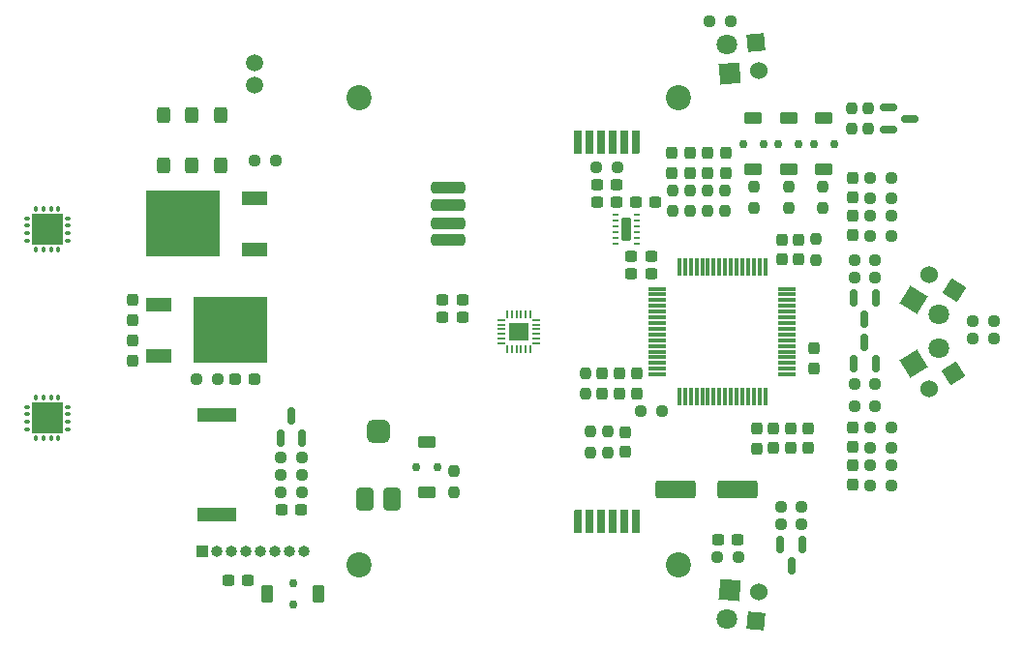
<source format=gts>
G04 #@! TF.GenerationSoftware,KiCad,Pcbnew,6.0.7-f9a2dced07~116~ubuntu20.04.1*
G04 #@! TF.CreationDate,2022-11-16T16:32:29+09:00*
G04 #@! TF.ProjectId,ocelli,6f63656c-6c69-42e6-9b69-6361645f7063,rev?*
G04 #@! TF.SameCoordinates,Original*
G04 #@! TF.FileFunction,Soldermask,Top*
G04 #@! TF.FilePolarity,Negative*
%FSLAX46Y46*%
G04 Gerber Fmt 4.6, Leading zero omitted, Abs format (unit mm)*
G04 Created by KiCad (PCBNEW 6.0.7-f9a2dced07~116~ubuntu20.04.1) date 2022-11-16 16:32:29*
%MOMM*%
%LPD*%
G01*
G04 APERTURE LIST*
G04 Aperture macros list*
%AMRoundRect*
0 Rectangle with rounded corners*
0 $1 Rounding radius*
0 $2 $3 $4 $5 $6 $7 $8 $9 X,Y pos of 4 corners*
0 Add a 4 corners polygon primitive as box body*
4,1,4,$2,$3,$4,$5,$6,$7,$8,$9,$2,$3,0*
0 Add four circle primitives for the rounded corners*
1,1,$1+$1,$2,$3*
1,1,$1+$1,$4,$5*
1,1,$1+$1,$6,$7*
1,1,$1+$1,$8,$9*
0 Add four rect primitives between the rounded corners*
20,1,$1+$1,$2,$3,$4,$5,0*
20,1,$1+$1,$4,$5,$6,$7,0*
20,1,$1+$1,$6,$7,$8,$9,0*
20,1,$1+$1,$8,$9,$2,$3,0*%
%AMRotRect*
0 Rectangle, with rotation*
0 The origin of the aperture is its center*
0 $1 length*
0 $2 width*
0 $3 Rotation angle, in degrees counterclockwise*
0 Add horizontal line*
21,1,$1,$2,0,0,$3*%
%AMOutline5P*
0 Free polygon, 5 corners , with rotation*
0 The origin of the aperture is its center*
0 number of corners: always 5*
0 $1 to $10 corner X, Y*
0 $11 Rotation angle, in degrees counterclockwise*
0 create outline with 5 corners*
4,1,5,$1,$2,$3,$4,$5,$6,$7,$8,$9,$10,$1,$2,$11*%
%AMOutline6P*
0 Free polygon, 6 corners , with rotation*
0 The origin of the aperture is its center*
0 number of corners: always 6*
0 $1 to $12 corner X, Y*
0 $13 Rotation angle, in degrees counterclockwise*
0 create outline with 6 corners*
4,1,6,$1,$2,$3,$4,$5,$6,$7,$8,$9,$10,$11,$12,$1,$2,$13*%
%AMOutline7P*
0 Free polygon, 7 corners , with rotation*
0 The origin of the aperture is its center*
0 number of corners: always 7*
0 $1 to $14 corner X, Y*
0 $15 Rotation angle, in degrees counterclockwise*
0 create outline with 7 corners*
4,1,7,$1,$2,$3,$4,$5,$6,$7,$8,$9,$10,$11,$12,$13,$14,$1,$2,$15*%
%AMOutline8P*
0 Free polygon, 8 corners , with rotation*
0 The origin of the aperture is its center*
0 number of corners: always 8*
0 $1 to $16 corner X, Y*
0 $17 Rotation angle, in degrees counterclockwise*
0 create outline with 8 corners*
4,1,8,$1,$2,$3,$4,$5,$6,$7,$8,$9,$10,$11,$12,$13,$14,$15,$16,$1,$2,$17*%
%AMFreePoly0*
4,1,14,0.266715,0.088284,0.363284,-0.008285,0.375000,-0.036569,0.375000,-0.060000,0.363284,-0.088284,0.335000,-0.100000,-0.335000,-0.100000,-0.363284,-0.088284,-0.375000,-0.060000,-0.375000,0.060000,-0.363284,0.088284,-0.335000,0.100000,0.238431,0.100000,0.266715,0.088284,0.266715,0.088284,$1*%
%AMFreePoly1*
4,1,14,0.363284,0.088284,0.375000,0.060000,0.375000,0.036569,0.363284,0.008285,0.266715,-0.088284,0.238431,-0.100000,-0.335000,-0.100000,-0.363284,-0.088284,-0.375000,-0.060000,-0.375000,0.060000,-0.363284,0.088284,-0.335000,0.100000,0.335000,0.100000,0.363284,0.088284,0.363284,0.088284,$1*%
%AMFreePoly2*
4,1,14,0.088284,0.363284,0.100000,0.335000,0.100000,-0.335000,0.088284,-0.363284,0.060000,-0.375000,-0.060000,-0.375000,-0.088284,-0.363284,-0.100000,-0.335000,-0.100000,0.238431,-0.088284,0.266715,0.008285,0.363284,0.036569,0.375000,0.060000,0.375000,0.088284,0.363284,0.088284,0.363284,$1*%
%AMFreePoly3*
4,1,14,-0.008285,0.363284,0.088284,0.266715,0.100000,0.238431,0.100000,-0.335000,0.088284,-0.363284,0.060000,-0.375000,-0.060000,-0.375000,-0.088284,-0.363284,-0.100000,-0.335000,-0.100000,0.335000,-0.088284,0.363284,-0.060000,0.375000,-0.036569,0.375000,-0.008285,0.363284,-0.008285,0.363284,$1*%
%AMFreePoly4*
4,1,14,0.363284,0.088284,0.375000,0.060000,0.375000,-0.060000,0.363284,-0.088284,0.335000,-0.100000,-0.238431,-0.100000,-0.266715,-0.088284,-0.363284,0.008285,-0.375000,0.036569,-0.375000,0.060000,-0.363284,0.088284,-0.335000,0.100000,0.335000,0.100000,0.363284,0.088284,0.363284,0.088284,$1*%
%AMFreePoly5*
4,1,14,0.363284,0.088284,0.375000,0.060000,0.375000,-0.060000,0.363284,-0.088284,0.335000,-0.100000,-0.335000,-0.100000,-0.363284,-0.088284,-0.375000,-0.060000,-0.375000,-0.036569,-0.363284,-0.008285,-0.266715,0.088284,-0.238431,0.100000,0.335000,0.100000,0.363284,0.088284,0.363284,0.088284,$1*%
%AMFreePoly6*
4,1,14,0.088284,0.363284,0.100000,0.335000,0.100000,-0.238431,0.088284,-0.266715,-0.008285,-0.363284,-0.036569,-0.375000,-0.060000,-0.375000,-0.088284,-0.363284,-0.100000,-0.335000,-0.100000,0.335000,-0.088284,0.363284,-0.060000,0.375000,0.060000,0.375000,0.088284,0.363284,0.088284,0.363284,$1*%
%AMFreePoly7*
4,1,14,0.088284,0.363284,0.100000,0.335000,0.100000,-0.335000,0.088284,-0.363284,0.060000,-0.375000,0.036569,-0.375000,0.008285,-0.363284,-0.088284,-0.266715,-0.100000,-0.238431,-0.100000,0.335000,-0.088284,0.363284,-0.060000,0.375000,0.060000,0.375000,0.088284,0.363284,0.088284,0.363284,$1*%
G04 Aperture macros list end*
%ADD10C,0.750000*%
%ADD11RoundRect,0.262500X0.537500X-0.262500X0.537500X0.262500X-0.537500X0.262500X-0.537500X-0.262500X0*%
%ADD12RoundRect,0.237500X0.250000X0.237500X-0.250000X0.237500X-0.250000X-0.237500X0.250000X-0.237500X0*%
%ADD13C,1.500000*%
%ADD14RoundRect,0.237500X-0.300000X-0.237500X0.300000X-0.237500X0.300000X0.237500X-0.300000X0.237500X0*%
%ADD15R,2.200000X1.200000*%
%ADD16R,6.400000X5.800000*%
%ADD17RoundRect,0.237500X0.300000X0.237500X-0.300000X0.237500X-0.300000X-0.237500X0.300000X-0.237500X0*%
%ADD18RoundRect,0.237500X-0.250000X-0.237500X0.250000X-0.237500X0.250000X0.237500X-0.250000X0.237500X0*%
%ADD19RoundRect,0.237500X0.237500X-0.250000X0.237500X0.250000X-0.237500X0.250000X-0.237500X-0.250000X0*%
%ADD20RotRect,1.524000X1.524000X31.800000*%
%ADD21C,1.524000*%
%ADD22RoundRect,0.075000X0.075000X-0.700000X0.075000X0.700000X-0.075000X0.700000X-0.075000X-0.700000X0*%
%ADD23RoundRect,0.075000X0.700000X-0.075000X0.700000X0.075000X-0.700000X0.075000X-0.700000X-0.075000X0*%
%ADD24Outline5P,-0.350000X0.860000X-0.210000X1.000000X0.350000X1.000000X0.350000X-1.000000X-0.350000X-1.000000X0.000000*%
%ADD25R,0.700000X2.000000*%
%ADD26RoundRect,0.400000X-0.400000X-0.600000X0.400000X-0.600000X0.400000X0.600000X-0.400000X0.600000X0*%
%ADD27RoundRect,0.500000X-0.500000X-0.500000X0.500000X-0.500000X0.500000X0.500000X-0.500000X0.500000X0*%
%ADD28RoundRect,0.300000X0.300000X0.400000X-0.300000X0.400000X-0.300000X-0.400000X0.300000X-0.400000X0*%
%ADD29RotRect,1.800000X1.800000X95.000000*%
%ADD30C,1.800000*%
%ADD31RoundRect,0.237500X-0.237500X0.250000X-0.237500X-0.250000X0.237500X-0.250000X0.237500X0.250000X0*%
%ADD32RoundRect,0.062500X-0.187500X-0.062500X0.187500X-0.062500X0.187500X0.062500X-0.187500X0.062500X0*%
%ADD33RoundRect,0.225000X-0.225000X-0.775000X0.225000X-0.775000X0.225000X0.775000X-0.225000X0.775000X0*%
%ADD34R,1.000000X1.000000*%
%ADD35O,1.000000X1.000000*%
%ADD36RoundRect,0.150000X-0.150000X0.587500X-0.150000X-0.587500X0.150000X-0.587500X0.150000X0.587500X0*%
%ADD37RoundRect,0.237500X0.237500X-0.300000X0.237500X0.300000X-0.237500X0.300000X-0.237500X-0.300000X0*%
%ADD38RoundRect,0.237500X-0.237500X0.300000X-0.237500X-0.300000X0.237500X-0.300000X0.237500X0.300000X0*%
%ADD39C,2.200000*%
%ADD40RoundRect,0.150000X0.150000X-0.587500X0.150000X0.587500X-0.150000X0.587500X-0.150000X-0.587500X0*%
%ADD41RotRect,1.524000X1.524000X95.000000*%
%ADD42RotRect,1.800000X1.800000X85.000000*%
%ADD43RotRect,1.524000X1.524000X85.000000*%
%ADD44RoundRect,0.262500X-0.537500X0.262500X-0.537500X-0.262500X0.537500X-0.262500X0.537500X0.262500X0*%
%ADD45RoundRect,0.250000X-1.250000X0.250000X-1.250000X-0.250000X1.250000X-0.250000X1.250000X0.250000X0*%
%ADD46RoundRect,0.237500X-0.237500X0.287500X-0.237500X-0.287500X0.237500X-0.287500X0.237500X0.287500X0*%
%ADD47RoundRect,0.250000X-1.500000X-0.550000X1.500000X-0.550000X1.500000X0.550000X-1.500000X0.550000X0*%
%ADD48R,3.400000X1.300000*%
%ADD49RotRect,1.800000X1.800000X148.200000*%
%ADD50RoundRect,0.100000X0.100000X-0.125000X0.100000X0.125000X-0.100000X0.125000X-0.100000X-0.125000X0*%
%ADD51RoundRect,0.100000X0.125000X-0.100000X0.125000X0.100000X-0.125000X0.100000X-0.125000X-0.100000X0*%
%ADD52R,2.700000X2.700000*%
%ADD53RoundRect,0.237500X0.237500X-0.287500X0.237500X0.287500X-0.237500X0.287500X-0.237500X-0.287500X0*%
%ADD54RotRect,1.800000X1.800000X31.800000*%
%ADD55Outline5P,-0.350000X0.860000X-0.210000X1.000000X0.350000X1.000000X0.350000X-1.000000X-0.350000X-1.000000X180.000000*%
%ADD56RoundRect,0.150000X-0.587500X-0.150000X0.587500X-0.150000X0.587500X0.150000X-0.587500X0.150000X0*%
%ADD57RoundRect,0.262500X0.262500X0.537500X-0.262500X0.537500X-0.262500X-0.537500X0.262500X-0.537500X0*%
%ADD58FreePoly0,180.000000*%
%ADD59RoundRect,0.050000X0.325000X0.050000X-0.325000X0.050000X-0.325000X-0.050000X0.325000X-0.050000X0*%
%ADD60FreePoly1,180.000000*%
%ADD61FreePoly2,180.000000*%
%ADD62RoundRect,0.050000X0.050000X0.325000X-0.050000X0.325000X-0.050000X-0.325000X0.050000X-0.325000X0*%
%ADD63FreePoly3,180.000000*%
%ADD64FreePoly4,180.000000*%
%ADD65FreePoly5,180.000000*%
%ADD66FreePoly6,180.000000*%
%ADD67FreePoly7,180.000000*%
%ADD68R,1.750000X1.600000*%
%ADD69RoundRect,0.237500X0.287500X0.237500X-0.287500X0.237500X-0.287500X-0.237500X0.287500X-0.237500X0*%
%ADD70RotRect,1.524000X1.524000X148.200000*%
G04 APERTURE END LIST*
D10*
X166700000Y-84000000D03*
X168500000Y-84000000D03*
D11*
X167600000Y-86225000D03*
X167600000Y-81775000D03*
D12*
X175162500Y-95700000D03*
X173337500Y-95700000D03*
D13*
X120900000Y-78900000D03*
X120900000Y-76900000D03*
D14*
X154237500Y-89100000D03*
X155962500Y-89100000D03*
D12*
X168762500Y-115800000D03*
X166937500Y-115800000D03*
D15*
X112464000Y-98050000D03*
D16*
X118764000Y-100330000D03*
D15*
X112464000Y-102610000D03*
D17*
X155562500Y-93900000D03*
X153837500Y-93900000D03*
D18*
X173337500Y-105000000D03*
X175162500Y-105000000D03*
D19*
X164600000Y-89612500D03*
X164600000Y-87787500D03*
D17*
X139062500Y-97700000D03*
X137337500Y-97700000D03*
D20*
X182055454Y-104088860D03*
D21*
X179896727Y-105427328D03*
D17*
X152562500Y-87600000D03*
X150837500Y-87600000D03*
D22*
X158050000Y-106125000D03*
X158550000Y-106125000D03*
X159050000Y-106125000D03*
X159550000Y-106125000D03*
X160050000Y-106125000D03*
X160550000Y-106125000D03*
X161050000Y-106125000D03*
X161550000Y-106125000D03*
X162050000Y-106125000D03*
X162550000Y-106125000D03*
X163050000Y-106125000D03*
X163550000Y-106125000D03*
X164050000Y-106125000D03*
X164550000Y-106125000D03*
X165050000Y-106125000D03*
X165550000Y-106125000D03*
D23*
X167475000Y-104200000D03*
X167475000Y-103700000D03*
X167475000Y-103200000D03*
X167475000Y-102700000D03*
X167475000Y-102200000D03*
X167475000Y-101700000D03*
X167475000Y-101200000D03*
X167475000Y-100700000D03*
X167475000Y-100200000D03*
X167475000Y-99700000D03*
X167475000Y-99200000D03*
X167475000Y-98700000D03*
X167475000Y-98200000D03*
X167475000Y-97700000D03*
X167475000Y-97200000D03*
X167475000Y-96700000D03*
D22*
X165550000Y-94775000D03*
X165050000Y-94775000D03*
X164550000Y-94775000D03*
X164050000Y-94775000D03*
X163550000Y-94775000D03*
X163050000Y-94775000D03*
X162550000Y-94775000D03*
X162050000Y-94775000D03*
X161550000Y-94775000D03*
X161050000Y-94775000D03*
X160550000Y-94775000D03*
X160050000Y-94775000D03*
X159550000Y-94775000D03*
X159050000Y-94775000D03*
X158550000Y-94775000D03*
X158050000Y-94775000D03*
D23*
X156125000Y-96700000D03*
X156125000Y-97200000D03*
X156125000Y-97700000D03*
X156125000Y-98200000D03*
X156125000Y-98700000D03*
X156125000Y-99200000D03*
X156125000Y-99700000D03*
X156125000Y-100200000D03*
X156125000Y-100700000D03*
X156125000Y-101200000D03*
X156125000Y-101700000D03*
X156125000Y-102200000D03*
X156125000Y-102700000D03*
X156125000Y-103200000D03*
X156125000Y-103700000D03*
X156125000Y-104200000D03*
D12*
X168762500Y-117300000D03*
X166937500Y-117300000D03*
D24*
X149200000Y-117050000D03*
D25*
X150216000Y-117050000D03*
X151232000Y-117050000D03*
X152248000Y-117050000D03*
X153264000Y-117050000D03*
X154280000Y-117050000D03*
D26*
X132875000Y-115150000D03*
D27*
X131700000Y-109150000D03*
D26*
X130525000Y-115150000D03*
D28*
X117912000Y-81520000D03*
X117912000Y-85920000D03*
X115412000Y-81520000D03*
X115412000Y-85920000D03*
X112912000Y-85920000D03*
X112912000Y-81520000D03*
D29*
X162453152Y-77860171D03*
D30*
X162231776Y-75329836D03*
D31*
X174600000Y-80887500D03*
X174600000Y-82712500D03*
D32*
X152450000Y-90250000D03*
X152450000Y-90750000D03*
X152450000Y-91250000D03*
X152450000Y-91750000D03*
X152450000Y-92250000D03*
X152450000Y-92750000D03*
D33*
X153400000Y-91500000D03*
D32*
X154350000Y-92750000D03*
X154350000Y-92250000D03*
X154350000Y-91750000D03*
X154350000Y-91250000D03*
X154350000Y-90750000D03*
X154350000Y-90250000D03*
D34*
X116300000Y-119650000D03*
D35*
X117570000Y-119650000D03*
X118840000Y-119650000D03*
X120110000Y-119650000D03*
X121380000Y-119650000D03*
X122650000Y-119650000D03*
X123920000Y-119650000D03*
X125190000Y-119650000D03*
D36*
X168800000Y-119062500D03*
X166900000Y-119062500D03*
X167850000Y-120937500D03*
D31*
X151800000Y-109187500D03*
X151800000Y-111012500D03*
D37*
X168500000Y-94112500D03*
X168500000Y-92387500D03*
D18*
X174728500Y-110600000D03*
X176553500Y-110600000D03*
D10*
X171600000Y-84000000D03*
X169800000Y-84000000D03*
D11*
X170700000Y-86225000D03*
X170700000Y-81775000D03*
D17*
X152562500Y-89100000D03*
X150837500Y-89100000D03*
D38*
X167800000Y-108937500D03*
X167800000Y-110662500D03*
D19*
X159000000Y-89912500D03*
X159000000Y-88087500D03*
D39*
X158000000Y-120900000D03*
D37*
X173228000Y-113875500D03*
X173228000Y-112150500D03*
D12*
X156512500Y-107400000D03*
X154687500Y-107400000D03*
D37*
X169799000Y-103662500D03*
X169799000Y-101937500D03*
D40*
X173300000Y-103237500D03*
X175200000Y-103237500D03*
X174250000Y-101362500D03*
D38*
X166300000Y-108937500D03*
X166300000Y-110662500D03*
D41*
X164762111Y-75108461D03*
D21*
X164983487Y-77638796D03*
D42*
X162452281Y-123049792D03*
D30*
X162230905Y-125580127D03*
D38*
X151300000Y-104137500D03*
X151300000Y-105862500D03*
D37*
X173228000Y-92026500D03*
X173228000Y-90301500D03*
D43*
X164761240Y-125801503D03*
D21*
X164982616Y-123271168D03*
D18*
X174728500Y-86975000D03*
X176553500Y-86975000D03*
D10*
X135050000Y-112300000D03*
X136850000Y-112300000D03*
D44*
X135950000Y-110075000D03*
X135950000Y-114525000D03*
D45*
X137800000Y-87850000D03*
X137800000Y-89350000D03*
D46*
X160550000Y-84823000D03*
X160550000Y-86573000D03*
D18*
X174728500Y-92053000D03*
X176553500Y-92053000D03*
D39*
X130000000Y-80000000D03*
X130000000Y-80000000D03*
D19*
X157500000Y-89912500D03*
X157500000Y-88087500D03*
X149800000Y-105912500D03*
X149800000Y-104087500D03*
D14*
X153837500Y-95400000D03*
X155562500Y-95400000D03*
D12*
X185570500Y-101092000D03*
X183745500Y-101092000D03*
D19*
X150300000Y-111012500D03*
X150300000Y-109187500D03*
D38*
X173228000Y-86999500D03*
X173228000Y-88724500D03*
D46*
X157350000Y-84823000D03*
X157350000Y-86573000D03*
D12*
X122737000Y-85470000D03*
X120912000Y-85470000D03*
D39*
X158000000Y-80000000D03*
D40*
X123150000Y-109737500D03*
X125050000Y-109737500D03*
X124100000Y-107862500D03*
D18*
X123187500Y-111500000D03*
X125012500Y-111500000D03*
D10*
X165400000Y-84000000D03*
X163600000Y-84000000D03*
D11*
X164500000Y-86225000D03*
X164500000Y-81775000D03*
D19*
X170600000Y-89612500D03*
X170600000Y-87787500D03*
D18*
X115814500Y-104648000D03*
X117639500Y-104648000D03*
D47*
X157700000Y-114300000D03*
X163100000Y-114300000D03*
D12*
X125012500Y-114500000D03*
X123187500Y-114500000D03*
D48*
X117600000Y-116450000D03*
X117600000Y-107750000D03*
D14*
X123237500Y-116000000D03*
X124962500Y-116000000D03*
D45*
X137800000Y-90950000D03*
X137800000Y-92450000D03*
D49*
X178566759Y-97636671D03*
D30*
X180725486Y-98975139D03*
D38*
X169300000Y-108937500D03*
X169300000Y-110662500D03*
D18*
X150787500Y-86100000D03*
X152612500Y-86100000D03*
D50*
X101775000Y-109775000D03*
X102425000Y-109775000D03*
X103075000Y-109775000D03*
X103725000Y-109775000D03*
D51*
X104525000Y-108975000D03*
X104525000Y-108325000D03*
X104525000Y-107675000D03*
X104525000Y-107025000D03*
D50*
X103725000Y-106225000D03*
X103075000Y-106225000D03*
X102425000Y-106225000D03*
X101775000Y-106225000D03*
D51*
X100975000Y-107025000D03*
X100975000Y-107675000D03*
X100975000Y-108325000D03*
X100975000Y-108975000D03*
D52*
X102750000Y-108000000D03*
D14*
X161437500Y-118700000D03*
X163162500Y-118700000D03*
D12*
X185570500Y-99568000D03*
X183745500Y-99568000D03*
D38*
X154300000Y-104137500D03*
X154300000Y-105862500D03*
X110244000Y-97689500D03*
X110244000Y-99414500D03*
D18*
X173337500Y-107000000D03*
X175162500Y-107000000D03*
D19*
X170000000Y-94162500D03*
X170000000Y-92337500D03*
D18*
X160687500Y-73250000D03*
X162512500Y-73250000D03*
D19*
X167600000Y-89612500D03*
X167600000Y-87787500D03*
X162000000Y-89912500D03*
X162000000Y-88087500D03*
D18*
X161387500Y-120200000D03*
X163212500Y-120200000D03*
D46*
X158950000Y-84823000D03*
X158950000Y-86573000D03*
D53*
X164800000Y-110675000D03*
X164800000Y-108925000D03*
D54*
X178558260Y-103268599D03*
D30*
X180716987Y-101930131D03*
D46*
X162150000Y-84823000D03*
X162150000Y-86573000D03*
D36*
X175200000Y-97462500D03*
X173300000Y-97462500D03*
X174250000Y-99337500D03*
D18*
X174728500Y-112124000D03*
X176553500Y-112124000D03*
D15*
X120912000Y-93300000D03*
D16*
X114612000Y-91020000D03*
D15*
X120912000Y-88740000D03*
D18*
X123187500Y-113000000D03*
X125012500Y-113000000D03*
D55*
X154280000Y-83850000D03*
D25*
X153264000Y-83850000D03*
X152248000Y-83850000D03*
X151232000Y-83850000D03*
X150216000Y-83850000D03*
X149200000Y-83850000D03*
D18*
X174728500Y-108822000D03*
X176553500Y-108822000D03*
D50*
X101775000Y-93275000D03*
X102425000Y-93275000D03*
X103075000Y-93275000D03*
X103725000Y-93275000D03*
D51*
X104525000Y-92475000D03*
X104525000Y-91825000D03*
X104525000Y-91175000D03*
X104525000Y-90525000D03*
D50*
X103725000Y-89725000D03*
X103075000Y-89725000D03*
X102425000Y-89725000D03*
X101775000Y-89725000D03*
D51*
X100975000Y-90525000D03*
X100975000Y-91175000D03*
X100975000Y-91825000D03*
X100975000Y-92475000D03*
D52*
X102750000Y-91500000D03*
D18*
X173337500Y-94200000D03*
X175162500Y-94200000D03*
D19*
X160500000Y-89912500D03*
X160500000Y-88087500D03*
D31*
X173100000Y-80887500D03*
X173100000Y-82712500D03*
D18*
X174728500Y-88750000D03*
X176553500Y-88750000D03*
D38*
X167000000Y-92387500D03*
X167000000Y-94112500D03*
D18*
X174728500Y-90275000D03*
X176553500Y-90275000D03*
D56*
X176362500Y-80850000D03*
X176362500Y-82750000D03*
X178237500Y-81800000D03*
D18*
X174728500Y-113902000D03*
X176553500Y-113902000D03*
D19*
X138300000Y-114512500D03*
X138300000Y-112687500D03*
D38*
X153300000Y-109237500D03*
X153300000Y-110962500D03*
D10*
X124250000Y-122500000D03*
X124250000Y-124300000D03*
D57*
X126475000Y-123400000D03*
X122025000Y-123400000D03*
D17*
X120312500Y-122200000D03*
X118587500Y-122200000D03*
D58*
X145500000Y-101450000D03*
D59*
X145500000Y-101050000D03*
X145500000Y-100650000D03*
X145500000Y-100250000D03*
X145500000Y-99850000D03*
D60*
X145500000Y-99450000D03*
D61*
X145000000Y-98950000D03*
D62*
X144600000Y-98950000D03*
X144200000Y-98950000D03*
X143800000Y-98950000D03*
X143400000Y-98950000D03*
D63*
X143000000Y-98950000D03*
D64*
X142500000Y-99450000D03*
D59*
X142500000Y-99850000D03*
X142500000Y-100250000D03*
X142500000Y-100650000D03*
X142500000Y-101050000D03*
D65*
X142500000Y-101450000D03*
D66*
X143000000Y-101950000D03*
D62*
X143400000Y-101950000D03*
X143800000Y-101950000D03*
X144200000Y-101950000D03*
X144600000Y-101950000D03*
D67*
X145000000Y-101950000D03*
D68*
X144000000Y-100450000D03*
D17*
X139062500Y-99200000D03*
X137337500Y-99200000D03*
D38*
X173228000Y-108848500D03*
X173228000Y-110573500D03*
D69*
X120904000Y-104648000D03*
X119154000Y-104648000D03*
D37*
X110244000Y-102970500D03*
X110244000Y-101245500D03*
D38*
X152800000Y-104137500D03*
X152800000Y-105862500D03*
D39*
X130000000Y-120900000D03*
D70*
X182063955Y-96816412D03*
D21*
X179905228Y-95477944D03*
M02*

</source>
